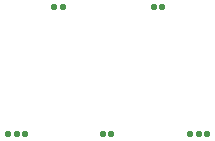
<source format=gbr>
%TF.GenerationSoftware,KiCad,Pcbnew,7.0.6-7.0.6~ubuntu22.04.1*%
%TF.CreationDate,2023-09-01T13:05:29+02:00*%
%TF.ProjectId,si-simulation-test-board,73692d73-696d-4756-9c61-74696f6e2d74,rev?*%
%TF.SameCoordinates,Original*%
%TF.FileFunction,Copper,L4,Bot*%
%TF.FilePolarity,Positive*%
%FSLAX46Y46*%
G04 Gerber Fmt 4.6, Leading zero omitted, Abs format (unit mm)*
G04 Created by KiCad (PCBNEW 7.0.6-7.0.6~ubuntu22.04.1) date 2023-09-01 13:05:29*
%MOMM*%
%LPD*%
G01*
G04 APERTURE LIST*
%TA.AperFunction,ViaPad*%
%ADD10C,0.550000*%
%TD*%
G04 APERTURE END LIST*
D10*
%TO.N,GND*%
X125245000Y-130915000D03*
X110540000Y-130915000D03*
X117840000Y-130915000D03*
X113740000Y-120115000D03*
X122840000Y-120115000D03*
X125945000Y-130915000D03*
X109840000Y-130915000D03*
X122140000Y-120115000D03*
X118540000Y-130915000D03*
X111240000Y-130915000D03*
X126645000Y-130915000D03*
X114440000Y-120115000D03*
%TD*%
M02*

</source>
